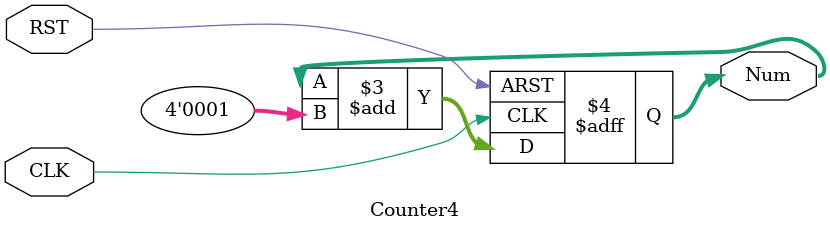
<source format=v>
module Counter4(CLK,RST,Num);
    input CLK,RST;
    output reg [3:0] Num;
    
    always @(posedge CLK or negedge RST)
    begin
        if(RST==0)
            Num <= 4'b0;
        else
            Num <= Num + 4'b1;
    end
endmodule


</source>
